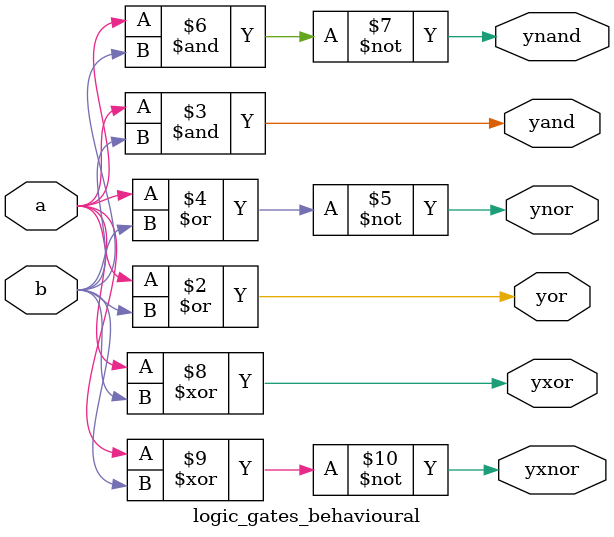
<source format=v>
module logic_gates_behavioural(a,b,yor,yand,ynor,ynand,yxor,yxnor);

input a,b;
output reg yor,yand,ynor,ynand,yxor,yxnor;

always@(a or b)
begin
 yor=a|b;
 yand=a&b;
 ynor=~(a|b);
 ynand=~(a&b);
 yxor=a^b;
 yxnor=~(a^b);
end
endmodule

</source>
